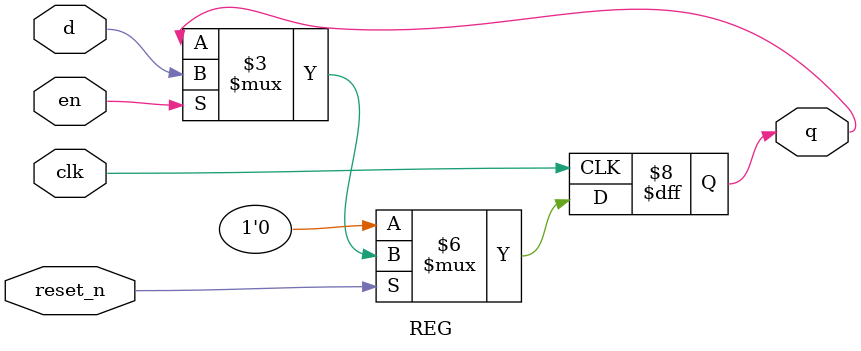
<source format=v>
module REG#(
	parameter N = 1
)
(
	input wire			reset_n,
	input wire			clk,
	input wire			en,
	input wire [N-1:0]	d,
	output reg [N-1:0] 	q
);

always@(posedge clk) begin
	if(!reset_n) begin
		q <= 0;
	end
	else if(en) begin
		q <= d;
	end
end

endmodule
</source>
